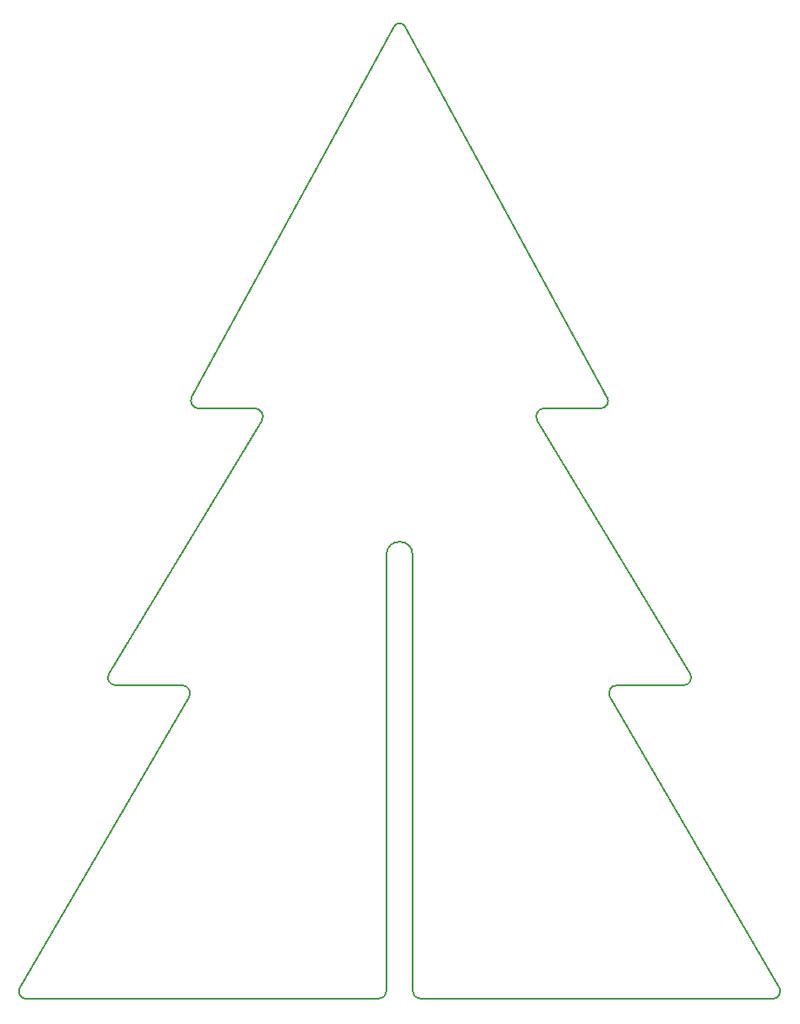
<source format=gbr>
G04 #@! TF.GenerationSoftware,KiCad,Pcbnew,(5.0.2)-1*
G04 #@! TF.CreationDate,2020-06-10T19:39:01-05:00*
G04 #@! TF.ProjectId,Top_Hardware,546f705f-4861-4726-9477-6172652e6b69,rev?*
G04 #@! TF.SameCoordinates,Original*
G04 #@! TF.FileFunction,Profile,NP*
%FSLAX46Y46*%
G04 Gerber Fmt 4.6, Leading zero omitted, Abs format (unit mm)*
G04 Created by KiCad (PCBNEW (5.0.2)-1) date 6/10/2020 7:39:01 PM*
%MOMM*%
%LPD*%
G01*
G04 APERTURE LIST*
%ADD10C,0.150000*%
G04 APERTURE END LIST*
D10*
X143510000Y-83820000D02*
X143510000Y-126238000D01*
X144272000Y-127000000D02*
X178511200Y-127000000D01*
X143510000Y-126238000D02*
G75*
G03X144272000Y-127000000I762000J0D01*
G01*
X140970000Y-126238000D02*
G75*
G02X140208000Y-127000000I-762000J0D01*
G01*
X140208000Y-127000000D02*
X105968800Y-127000000D01*
X140970000Y-83820000D02*
X140970000Y-126238000D01*
X140970000Y-83820000D02*
G75*
G02X143510000Y-83820000I1270000J0D01*
G01*
X141757400Y-32385000D02*
G75*
G02X142722600Y-32385000I482600J-381000D01*
G01*
X128854200Y-70739000D02*
X113969800Y-95377000D01*
X121767600Y-97663000D02*
X105308400Y-125857000D01*
X114630200Y-96520000D02*
X121107200Y-96520000D01*
X105308889Y-125857000D02*
G75*
G03X105968800Y-127000000I659911J-381000D01*
G01*
X121767478Y-97663211D02*
G75*
G03X121107567Y-96520211I-659911J381000D01*
G01*
X122047122Y-68453000D02*
G75*
G03X122707033Y-69596000I659911J-381000D01*
G01*
X128854078Y-70738633D02*
G75*
G03X128194167Y-69595633I-659911J381000D01*
G01*
X113970289Y-95377000D02*
G75*
G03X114630200Y-96520000I659911J-381000D01*
G01*
X141757400Y-32385000D02*
X122047000Y-68453000D01*
X122707400Y-69596000D02*
X128193800Y-69596000D01*
X142722600Y-32385000D02*
X162433000Y-68453000D01*
X162432878Y-68453000D02*
G75*
G02X161772967Y-69596000I-659911J-381000D01*
G01*
X155625922Y-70738633D02*
G75*
G02X156285833Y-69595633I659911J381000D01*
G01*
X170509711Y-95377000D02*
G75*
G02X169849800Y-96520000I-659911J-381000D01*
G01*
X162712522Y-97663211D02*
G75*
G02X163372433Y-96520211I659911J381000D01*
G01*
X179171111Y-125857000D02*
G75*
G02X178511200Y-127000000I-659911J-381000D01*
G01*
X162712400Y-97663000D02*
X179171600Y-125857000D01*
X169849800Y-96520000D02*
X163372800Y-96520000D01*
X155625800Y-70739000D02*
X170510200Y-95377000D01*
X161772600Y-69596000D02*
X156286200Y-69596000D01*
M02*

</source>
